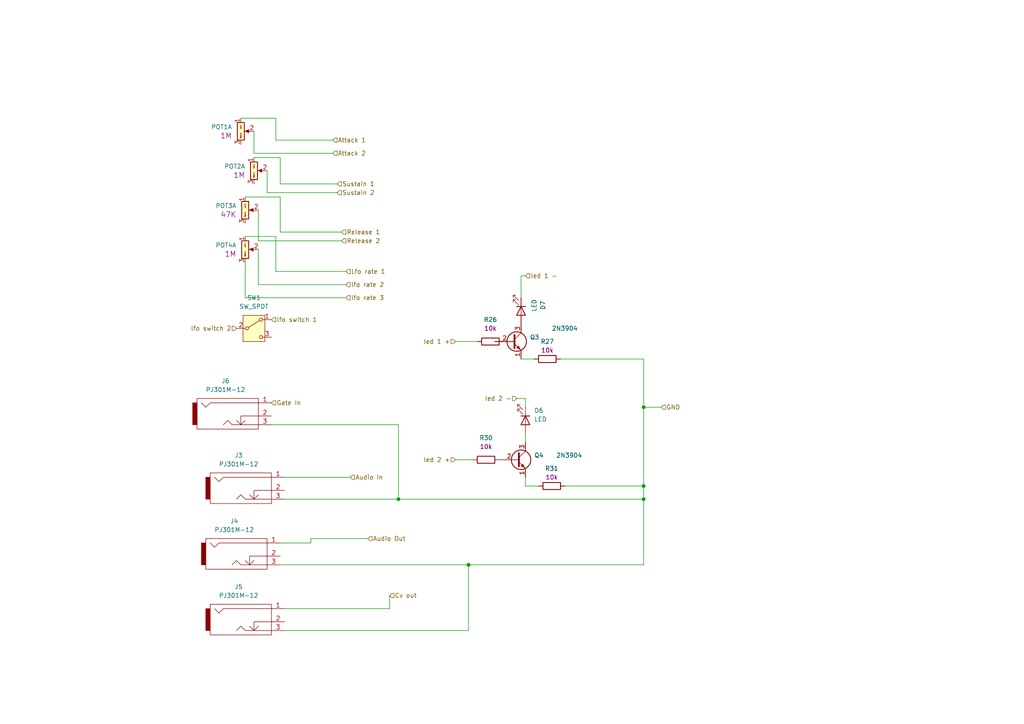
<source format=kicad_sch>
(kicad_sch (version 20230121) (generator eeschema)
  (paper "A4")
  (lib_symbols
    (symbol "Device:LED" (pin_numbers hide) (pin_names (offset 1.016) hide)
      (property "Reference" "D" (at 0 2.54 0))
      (property "Value" "LED" (at 0 -2.54 0))
      (symbol "LED_0_1"
        (polyline (pts (xy -1.27 -1.27) (xy -1.27 1.27)) (stroke (width 0.254)))
        (polyline (pts (xy -1.27 0) (xy 1.27 0)))
        (polyline (pts (xy 1.27 -1.27) (xy 1.27 1.27) (xy -1.27 0) (xy 1.27 -1.27)) (stroke (width 0.254)))
        (polyline (pts (xy -3.048 -0.762) (xy -4.572 -2.286) (xy -3.81 -2.286) (xy -4.572 -2.286) (xy -4.572 -1.524)))
        (polyline (pts (xy -1.778 -0.762) (xy -3.302 -2.286) (xy -2.54 -2.286) (xy -3.302 -2.286) (xy -3.302 -1.524)))
      )
      (symbol "LED_1_1"
        (pin passive line (at -3.81 0 0) (length 2.54) (name "K") (number "1"))
        (pin passive line (at 3.81 0 180) (length 2.54) (name "A") (number "2"))
      )
    )
    (symbol "PCM_4ms_Potentiometer:9mm_NoDet_100k_Knurled_Lined" (pin_names (offset 1.016) hide)
      (property "Reference" "POT" (at -4.572 -0.127 90))
      (property "Display" "100k" (at -2.794 0 90))
      (symbol "9mm_NoDet_100k_Knurled_Lined_1_1"
        (polyline (pts (xy 2.54 0) (xy 1.524 0)))
        (polyline (pts (xy 1.143 0) (xy 2.286 0.508) (xy 2.286 -0.508)) (fill (type outline)))
        (rectangle (start 1.016 2.54) (end -1.016 -2.54) (stroke (width 0.254)) (fill (type background)))
        (text "Left/1" (at 0 1.27 900) (effects (font (size 0.254 0.254))))
        (text "Right/3" (at 0 -1.27 900) (effects (font (size 0.254 0.254))))
        (pin passive line (at 0 3.81 270) (length 1.27) (name "Left") (number "1"))
        (pin passive line (at 3.81 0 180) (length 1.27) (name "Center") (number "2"))
        (pin passive line (at 0 -3.81 90) (length 1.27) (name "Right") (number "3"))
      )
      (symbol "9mm_NoDet_100k_Knurled_Lined_2_1"
        (rectangle (start -2.54 0) (end -1.27 0) (stroke (width 0.254)))
        (rectangle (start 1.016 2.54) (end -1.016 -2.54) (stroke (width 0.254)) (fill (type background)))
        (rectangle (start 1.27 0) (end 2.54 0) (stroke (width 0.254)))
        (pin passive line (at -2.54 -1.27 90) (length 1.27) (name "Tab1") (number "4"))
        (pin passive line (at 2.54 -1.27 90) (length 1.27) (name "Tab2") (number "5"))
      )
    )
    (symbol "PCM_4ms_Resistor:10k_0402" (pin_numbers hide) (pin_names (offset 0))
      (property "Reference" "R" (at 2.032 0 90))
      (property "Display" "10k" (at 3.81 0 90))
      (symbol "10k_0402_0_1"
        (rectangle (start -1.016 -2.54) (end 1.016 2.54) (stroke (width 0.254)))
      )
      (symbol "10k_0402_1_1"
        (pin passive line (at 0 3.81 270) (length 1.27) (name "~") (number "1"))
        (pin passive line (at 0 -3.81 90) (length 1.27) (name "~") (number "2"))
      )
    )
    (symbol "Switch:SW_SPDT" (pin_names (offset 0) hide)
      (property "Reference" "SW" (at 0 5.08 0))
      (property "Value" "SW_SPDT" (at 0 -5.08 0))
      (symbol "SW_SPDT_0_1"
        (circle (center -2.032 0) (radius 0.4572))
        (polyline (pts (xy -1.651 0.254) (xy 1.651 2.286)))
        (circle (center 2.032 -2.54) (radius 0.4572))
        (circle (center 2.032 2.54) (radius 0.4572))
      )
      (symbol "SW_SPDT_1_1"
        (rectangle (start -3.175 3.81) (end 3.175 -3.81) (fill (type background)))
        (pin passive line (at 5.08 2.54 180) (length 2.54) (name "A") (number "1"))
        (pin passive line (at -5.08 0 0) (length 2.54) (name "B") (number "2"))
        (pin passive line (at 5.08 -2.54 180) (length 2.54) (name "C") (number "3"))
      )
    )
    (symbol "Transistor_BJT:2N3904" (pin_names (offset 0) hide)
      (property "Reference" "Q" (at 5.08 1.905 0))
      (property "Value" "2N3904" (at 5.08 0 0))
      (symbol "2N3904_0_1"
        (polyline (pts (xy 0.635 0.635) (xy 2.54 2.54)))
        (polyline (pts (xy 0.635 -0.635) (xy 2.54 -2.54) (xy 2.54 -2.54)))
        (polyline (pts (xy 0.635 1.905) (xy 0.635 -1.905) (xy 0.635 -1.905)) (stroke (width 0.508)))
        (polyline (pts (xy 1.27 -1.778) (xy 1.778 -1.27) (xy 2.286 -2.286) (xy 1.27 -1.778) (xy 1.27 -1.778)) (fill (type outline)))
        (circle (center 1.27 0) (radius 2.8194) (stroke (width 0.254)))
      )
      (symbol "2N3904_1_1"
        (pin passive line (at 2.54 -5.08 90) (length 2.54) (name "E") (number "1"))
        (pin passive line (at -5.08 0 0) (length 5.715) (name "B") (number "2"))
        (pin passive line (at 2.54 5.08 270) (length 2.54) (name "C") (number "3"))
      )
    )
    (symbol "eurocad:PJ301M-12" (pin_names (offset 1.016))
      (property "Reference" "J" (at -8.89 -5.08 0))
      (property "Value" "PJ301M-12" (at -3.81 6.35 0))
      (symbol "PJ301M-12_0_1"
        (rectangle (start -11.43 3.81) (end -10.16 -2.54) (fill (type outline)))
        (polyline (pts (xy 3.81 0) (xy 7.62 0) (xy 7.62 0)))
        (polyline (pts (xy 0 -2.54) (xy -1.27 -1.27) (xy -2.54 -2.54) (xy -2.54 -2.54)))
        (polyline (pts (xy 0 -2.54) (xy 7.62 -2.54) (xy 7.62 -2.54) (xy 7.62 -2.54)))
        (polyline (pts (xy 1.27 -1.27) (xy 2.54 -2.54) (xy 3.81 -1.27) (xy 3.81 -1.27)))
        (polyline (pts (xy 3.81 0) (xy 2.54 0) (xy 2.54 -2.54) (xy 2.54 -2.54)))
        (polyline (pts (xy 7.62 3.81) (xy -6.35 3.81) (xy -7.62 2.54) (xy -8.89 3.81) (xy -8.89 3.81)))
        (rectangle (start 7.62 -3.81) (end -10.16 5.08))
      )
      (symbol "PJ301M-12_1_1"
        (pin passive line (at 11.43 3.81 180) (length 3.81) (name "~") (number "1"))
        (pin passive line (at 11.43 0 180) (length 3.81) (name "~") (number "2"))
        (pin passive line (at 11.43 -2.54 180) (length 3.81) (name "~") (number "3"))
      )
    )
  )
  (junction (at 135.89 163.83))
  (junction (at 186.69 118.11))
  (junction (at 115.57 144.78))
  (junction (at 186.69 144.78))
  (junction (at 186.69 140.97))
  (wire (pts (xy 186.69 144.78) (xy 115.57 144.78)))
  (wire (pts (xy 80.01 68.58) (xy 71.12 68.58)))
  (wire (pts (xy 96.52 44.45) (xy 73.66 44.45)))
  (wire (pts (xy 77.47 55.88) (xy 77.47 49.53)))
  (wire (pts (xy 100.33 78.74) (xy 80.01 78.74)))
  (wire (pts (xy 151.13 80.01) (xy 152.4 80.01)))
  (wire (pts (xy 149.86 115.57) (xy 152.4 115.57)))
  (wire (pts (xy 81.28 67.31) (xy 81.28 57.15)))
  (wire (pts (xy 186.69 144.78) (xy 186.69 163.83)))
  (wire (pts (xy 80.01 34.29) (xy 69.85 34.29)))
  (wire (pts (xy 186.69 118.11) (xy 186.69 140.97)))
  (wire (pts (xy 101.6 138.43) (xy 82.55 138.43)))
  (wire (pts (xy 80.01 78.74) (xy 80.01 68.58)))
  (wire (pts (xy 90.17 156.21) (xy 90.17 157.48)))
  (wire (pts (xy 97.79 53.34) (xy 81.28 53.34)))
  (wire (pts (xy 99.06 67.31) (xy 81.28 67.31)))
  (wire (pts (xy 97.79 55.88) (xy 77.47 55.88)))
  (wire (pts (xy 146.05 99.06) (xy 143.51 99.06)))
  (wire (pts (xy 115.57 123.19) (xy 78.74 123.19)))
  (wire (pts (xy 113.03 176.53) (xy 82.55 176.53)))
  (wire (pts (xy 152.4 140.97) (xy 152.4 138.43)))
  (wire (pts (xy 80.01 40.64) (xy 80.01 34.29)))
  (wire (pts (xy 81.28 53.34) (xy 81.28 45.72)))
  (wire (pts (xy 82.55 182.88) (xy 135.89 182.88)))
  (wire (pts (xy 81.28 45.72) (xy 73.66 45.72)))
  (wire (pts (xy 163.83 140.97) (xy 186.69 140.97)))
  (wire (pts (xy 74.93 82.55) (xy 74.93 72.39)))
  (wire (pts (xy 186.69 104.14) (xy 186.69 118.11)))
  (wire (pts (xy 152.4 115.57) (xy 152.4 118.11)))
  (wire (pts (xy 151.13 80.01) (xy 151.13 86.36)))
  (wire (pts (xy 151.13 104.14) (xy 154.94 104.14)))
  (wire (pts (xy 99.06 69.85) (xy 74.93 69.85)))
  (wire (pts (xy 96.52 40.64) (xy 80.01 40.64)))
  (wire (pts (xy 74.93 69.85) (xy 74.93 60.96)))
  (wire (pts (xy 135.89 163.83) (xy 135.89 182.88)))
  (wire (pts (xy 152.4 140.97) (xy 156.21 140.97)))
  (wire (pts (xy 135.89 163.83) (xy 186.69 163.83)))
  (wire (pts (xy 152.4 125.73) (xy 152.4 128.27)))
  (wire (pts (xy 186.69 118.11) (xy 191.77 118.11)))
  (wire (pts (xy 186.69 140.97) (xy 186.69 144.78)))
  (wire (pts (xy 90.17 157.48) (xy 81.28 157.48)))
  (wire (pts (xy 113.03 172.72) (xy 113.03 176.53)))
  (wire (pts (xy 137.16 133.35) (xy 132.08 133.35)))
  (wire (pts (xy 100.33 82.55) (xy 74.93 82.55)))
  (wire (pts (xy 132.08 99.06) (xy 138.43 99.06)))
  (wire (pts (xy 115.57 144.78) (xy 82.55 144.78)))
  (wire (pts (xy 115.57 123.19) (xy 115.57 144.78)))
  (wire (pts (xy 100.33 86.36) (xy 71.12 86.36)))
  (wire (pts (xy 106.68 156.21) (xy 90.17 156.21)))
  (wire (pts (xy 81.28 57.15) (xy 71.12 57.15)))
  (wire (pts (xy 73.66 44.45) (xy 73.66 38.1)))
  (wire (pts (xy 81.28 163.83) (xy 135.89 163.83)))
  (wire (pts (xy 71.12 86.36) (xy 71.12 76.2)))
  (wire (pts (xy 162.56 104.14) (xy 186.69 104.14)))
  (hierarchical_label "Release 1" (shape input) (at 99.06 67.31 0))
  (hierarchical_label "Audio In" (shape input) (at 101.6 138.43 0))
  (hierarchical_label "lfo rate 3" (shape input) (at 100.33 86.36 0))
  (hierarchical_label "led 1 -" (shape input) (at 152.4 80.01 0))
  (hierarchical_label "led 1 +" (shape input) (at 132.08 99.06 180))
  (hierarchical_label "led 2 +" (shape input) (at 132.08 133.35 180))
  (hierarchical_label "Lfo rate 1" (shape input) (at 100.33 78.74 0))
  (hierarchical_label "Attack 2" (shape input) (at 96.52 44.45 0))
  (hierarchical_label "lfo switch 2" (shape input) (at 68.58 95.25 180))
  (hierarchical_label "Audio Out" (shape input) (at 106.68 156.21 0))
  (hierarchical_label "Cv out" (shape input) (at 113.03 172.72 0))
  (hierarchical_label "led 2 -" (shape input) (at 149.86 115.57 180))
  (hierarchical_label "GND" (shape input) (at 191.77 118.11 0))
  (hierarchical_label "Sustain 2" (shape input) (at 97.79 55.88 0))
  (hierarchical_label "Release 2" (shape input) (at 99.06 69.85 0))
  (hierarchical_label "Gate In" (shape input) (at 78.74 116.84 0))
  (hierarchical_label "Sustain 1" (shape input) (at 97.79 53.34 0))
  (hierarchical_label "lfo rate 2" (shape input) (at 100.33 82.55 0))
  (hierarchical_label "Attack 1" (shape input) (at 96.52 40.64 0))
  (hierarchical_label "lfo switch 1" (shape input) (at 78.74 92.71 0))
  (symbol (lib_id "PCM_4ms_Resistor:10k_0402") (at 158.75 104.14 90) (unit 1)
    (property "Reference" "R27" (at 158.75 99.06 90))
    (property "Value" "10k_0402" (effects hide))
    (property "Footprint" "Resistor_THT:R_Axial_DIN0207_L6.3mm_D2.5mm_P7.62mm_Horizontal" (effects hide))
    (property "Specifications" "10k, 1%, 1/10W, 0402" (effects hide))
    (property "Manufacturer" "Yageo" (effects hide))
    (property "Part Number" "RT0402FRE0710KL" (effects hide))
    (property "Display" "10k" (at 158.75 101.6 90))
    (property "Manufacturer 2" "Yageo" (effects hide))
    (property "Part Number 2" "RT0402DRE0710KL" (effects hide))
  )
  (symbol (lib_id "Device:LED") (at 152.4 121.92 270) (unit 1)
    (property "Reference" "D6" (at 154.94 119.0625 90) (effects (justify left)))
    (property "Value" "LED" (at 154.94 121.6025 90) (effects (justify left)))
    (property "Footprint" "eurocad:LED3mm" (effects hide))
  )
  (symbol (lib_id "Switch:SW_SPDT") (at 73.66 95.25 0) (unit 1)
    (property "Reference" "SW1" (at 73.66 86.36 0))
    (property "Value" "SW_SPDT" (at 73.66 88.9 0))
    (property "Footprint" "Switches:spdt - toggle switch" (effects hide))
  )
  (symbol (lib_id "PCM_4ms_Potentiometer:9mm_NoDet_100k_Knurled_Lined") (at 71.12 72.39 0) (unit 1)
    (property "Reference" "POT4" (at 68.58 71.12 0) (effects (justify right)))
    (property "Value" "9mm_NoDet_1M_Knurled_Lined" (effects hide))
    (property "Footprint" "PCM_4ms_Potentiometer:Pot_9mm_DShaft" (effects hide))
    (property "Specifications" "1M Linear, 9mm pot, No Detent, Knurled, Lined" (effects hide))
    (property "Manufacturer" " Song Huei " (effects hide))
    (property "Part Number" " RV16AF-4A-15FW-B100K-3 " (effects hide))
    (property "Display" "1M" (at 68.58 73.66 0) (effects (font (size 1.524 1.524)) (justify right)))
  )
  (symbol (lib_id "PCM_4ms_Potentiometer:9mm_NoDet_100k_Knurled_Lined") (at 73.66 49.53 0) (unit 1)
    (property "Reference" "POT2" (at 71.12 48.26 0) (effects (justify right)))
    (property "Value" "9mm_NoDet_1M_Knurled_Lined" (effects hide))
    (property "Footprint" "PCM_4ms_Potentiometer:Pot_9mm_DShaft" (effects hide))
    (property "Specifications" "1M Linear, 9mm pot, No Detent, Knurled, Lined" (effects hide))
    (property "Manufacturer" " Song Huei " (effects hide))
    (property "Part Number" " RV16AF-4A-15FW-B100K-3 " (effects hide))
    (property "Display" "1M" (at 71.12 50.8 0) (effects (font (size 1.524 1.524)) (justify right)))
  )
  (symbol (lib_id "PCM_4ms_Potentiometer:9mm_NoDet_100k_Knurled_Lined") (at 69.85 38.1 0) (unit 1)
    (property "Reference" "POT1" (at 67.31 36.83 0) (effects (justify right)))
    (property "Value" "9mm_NoDet_1M_Knurled_Lined" (effects hide))
    (property "Footprint" "PCM_4ms_Potentiometer:Pot_9mm_DShaft" (effects hide))
    (property "Specifications" "1M Linear, 9mm pot, No Detent, Knurled, Lined" (effects hide))
    (property "Manufacturer" " Song Huei " (effects hide))
    (property "Part Number" " RV16AF-4A-15FW-B100K-3 " (effects hide))
    (property "Display" "1M" (at 67.31 39.37 0) (effects (font (size 1.524 1.524)) (justify right)))
  )
  (symbol (lib_id "eurocad:PJ301M-12") (at 69.85 161.29 0) (unit 1)
    (property "Reference" "J4" (at 67.945 151.13 0))
    (property "Value" "PJ301M-12" (at 67.945 153.67 0))
    (property "Footprint" "eurocad:PJ301M-12" (effects hide))
  )
  (symbol (lib_id "eurocad:PJ301M-12") (at 67.31 120.65 0) (unit 1)
    (property "Reference" "J6" (at 65.405 110.49 0))
    (property "Value" "PJ301M-12" (at 65.405 113.03 0))
    (property "Footprint" "eurocad:PJ301M-12" (effects hide))
  )
  (symbol (lib_id "eurocad:PJ301M-12") (at 71.12 180.34 0) (unit 1)
    (property "Reference" "J5" (at 69.215 170.18 0))
    (property "Value" "PJ301M-12" (at 69.215 172.72 0))
    (property "Footprint" "eurocad:PJ301M-12" (effects hide))
  )
  (symbol (lib_id "Transistor_BJT:2N3904") (at 149.86 133.35 0) (unit 1)
    (property "Reference" "Q4" (at 154.94 132.08 0) (effects (justify left)))
    (property "Value" "2N3904" (at 161.29 132.08 0) (effects (justify left)))
    (property "Footprint" "Package_TO_SOT_THT:TO-92_Inline" (effects hide))
    (property "Datasheet" "https://www.onsemi.com/pub/Collateral/2N3903-D.PDF" (effects hide))
  )
  (symbol (lib_id "PCM_4ms_Resistor:10k_0402") (at 142.24 99.06 90) (unit 1)
    (property "Reference" "R26" (at 142.24 92.71 90))
    (property "Value" "10k_0402" (effects hide))
    (property "Footprint" "Resistor_THT:R_Axial_DIN0207_L6.3mm_D2.5mm_P7.62mm_Horizontal" (effects hide))
    (property "Specifications" "10k, 1%, 1/10W, 0402" (effects hide))
    (property "Manufacturer" "Yageo" (effects hide))
    (property "Part Number" "RT0402FRE0710KL" (effects hide))
    (property "Display" "10k" (at 142.24 95.25 90))
    (property "Manufacturer 2" "Yageo" (effects hide))
    (property "Part Number 2" "RT0402DRE0710KL" (effects hide))
  )
  (symbol (lib_id "PCM_4ms_Resistor:10k_0402") (at 160.02 140.97 90) (unit 1)
    (property "Reference" "R31" (at 160.02 135.89 90))
    (property "Value" "10k_0402" (effects hide))
    (property "Footprint" "Resistor_THT:R_Axial_DIN0207_L6.3mm_D2.5mm_P7.62mm_Horizontal" (effects hide))
    (property "Specifications" "10k, 1%, 1/10W, 0402" (effects hide))
    (property "Manufacturer" "Yageo" (effects hide))
    (property "Part Number" "RT0402FRE0710KL" (effects hide))
    (property "Display" "10k" (at 160.02 138.43 90))
    (property "Manufacturer 2" "Yageo" (effects hide))
    (property "Part Number 2" "RT0402DRE0710KL" (effects hide))
  )
  (symbol (lib_id "eurocad:PJ301M-12") (at 71.12 142.24 0) (unit 1)
    (property "Reference" "J3" (at 69.215 132.08 0))
    (property "Value" "PJ301M-12" (at 69.215 134.62 0))
    (property "Footprint" "eurocad:PJ301M-12" (effects hide))
  )
  (symbol (lib_id "PCM_4ms_Potentiometer:9mm_NoDet_100k_Knurled_Lined") (at 71.12 60.96 0) (unit 1)
    (property "Reference" "POT3" (at 68.58 59.69 0) (effects (justify right)))
    (property "Value" "9mm_NoDet_47K_Knurled_Lined" (effects hide))
    (property "Footprint" "PCM_4ms_Potentiometer:Pot_9mm_DShaft" (effects hide))
    (property "Specifications" "47K Linear, 9mm pot, No Detent, Knurled, Lined" (effects hide))
    (property "Manufacturer" " Song Huei " (effects hide))
    (property "Part Number" " RV16AF-4A-15FW-B47k-3 " (effects hide))
    (property "Display" "47K" (at 68.58 62.23 0) (effects (font (size 1.524 1.524)) (justify right)))
  )
  (symbol (lib_id "Device:LED") (at 151.13 90.17 270) (unit 1)
    (property "Reference" "D7" (at 157.48 88.5825 0))
    (property "Value" "LED" (at 154.94 88.5825 0))
    (property "Footprint" "eurocad:LED3mm" (effects hide))
  )
  (symbol (lib_id "Transistor_BJT:2N3904") (at 148.59 99.06 0) (unit 1)
    (property "Reference" "Q3" (at 153.67 97.79 0) (effects (justify left)))
    (property "Value" "2N3904" (at 160.02 95.25 0) (effects (justify left)))
    (property "Footprint" "Package_TO_SOT_THT:TO-92_Inline" (effects hide))
    (property "Datasheet" "https://www.onsemi.com/pub/Collateral/2N3903-D.PDF" (effects hide))
  )
  (symbol (lib_id "PCM_4ms_Resistor:10k_0402") (at 140.97 133.35 90) (unit 1)
    (property "Reference" "R30" (at 140.97 127 90))
    (property "Value" "10k_0402" (effects hide))
    (property "Footprint" "Resistor_THT:R_Axial_DIN0207_L6.3mm_D2.5mm_P7.62mm_Horizontal" (effects hide))
    (property "Specifications" "10k, 1%, 1/10W, 0402" (effects hide))
    (property "Manufacturer" "Yageo" (effects hide))
    (property "Part Number" "RT0402FRE0710KL" (effects hide))
    (property "Display" "10k" (at 140.97 129.54 90))
    (property "Manufacturer 2" "Yageo" (effects hide))
    (property "Part Number 2" "RT0402DRE0710KL" (effects hide))
  )
)
</source>
